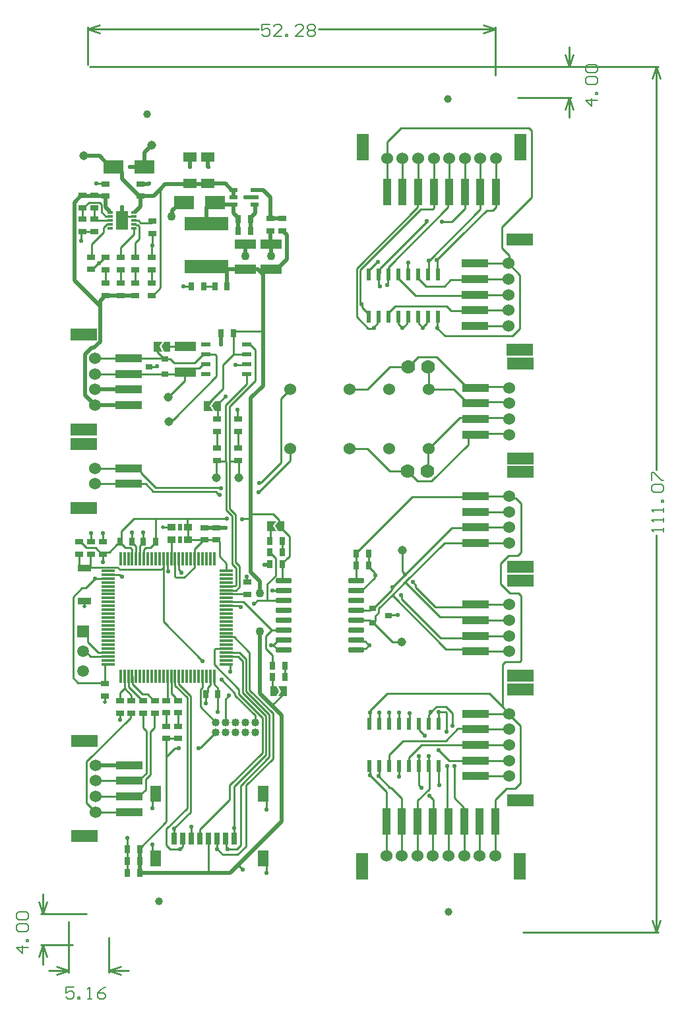
<source format=gtl>
G04*
G04 #@! TF.GenerationSoftware,Altium Limited,Altium Designer,21.3.1 (25)*
G04*
G04 Layer_Physical_Order=1*
G04 Layer_Color=255*
%FSLAX25Y25*%
%MOIN*%
G70*
G04*
G04 #@! TF.SameCoordinates,C2895D86-3F53-4CC5-9A74-561D9FEADA75*
G04*
G04*
G04 #@! TF.FilePolarity,Positive*
G04*
G01*
G75*
%ADD12C,0.01000*%
%ADD17C,0.00600*%
%ADD31R,0.03937X0.03347*%
%ADD32R,0.02362X0.03347*%
%ADD46R,0.04331X0.02362*%
%ADD58R,0.03000X0.04000*%
%ADD59R,0.03150X0.05906*%
%ADD60R,0.05709X0.07874*%
%ADD61R,0.07087X0.01181*%
%ADD62R,0.01181X0.07087*%
%ADD63R,0.01968X0.05906*%
%ADD64R,0.07100X0.04700*%
%ADD65R,0.22441X0.07087*%
%ADD66R,0.11024X0.05118*%
%ADD67R,0.13780X0.04331*%
%ADD68R,0.13386X0.05906*%
%ADD69R,0.04331X0.13780*%
%ADD70R,0.05906X0.13386*%
%ADD71C,0.04500*%
%ADD72R,0.03000X0.05000*%
%ADD73R,0.04000X0.03000*%
G04:AMPARAMS|DCode=74|XSize=21.65mil|YSize=49.21mil|CornerRadius=1.95mil|HoleSize=0mil|Usage=FLASHONLY|Rotation=270.000|XOffset=0mil|YOffset=0mil|HoleType=Round|Shape=RoundedRectangle|*
%AMROUNDEDRECTD74*
21,1,0.02165,0.04532,0,0,270.0*
21,1,0.01776,0.04921,0,0,270.0*
1,1,0.00390,-0.02266,-0.00888*
1,1,0.00390,-0.02266,0.00888*
1,1,0.00390,0.02266,0.00888*
1,1,0.00390,0.02266,-0.00888*
%
%ADD74ROUNDEDRECTD74*%
%ADD75R,0.03543X0.03150*%
%ADD76C,0.03937*%
%ADD77R,0.07000X0.03500*%
G04:AMPARAMS|DCode=78|XSize=23.62mil|YSize=78.74mil|CornerRadius=2.01mil|HoleSize=0mil|Usage=FLASHONLY|Rotation=90.000|XOffset=0mil|YOffset=0mil|HoleType=Round|Shape=RoundedRectangle|*
%AMROUNDEDRECTD78*
21,1,0.02362,0.07472,0,0,90.0*
21,1,0.01961,0.07874,0,0,90.0*
1,1,0.00402,0.03736,0.00980*
1,1,0.00402,0.03736,-0.00980*
1,1,0.00402,-0.03736,-0.00980*
1,1,0.00402,-0.03736,0.00980*
%
%ADD78ROUNDEDRECTD78*%
%ADD79R,0.09843X0.06693*%
%ADD80R,0.06299X0.09449*%
%ADD81R,0.02953X0.01181*%
%ADD82C,0.01968*%
%ADD83C,0.06000*%
%ADD84C,0.04000*%
%ADD85C,0.07000*%
%ADD86C,0.05906*%
%ADD87R,0.05906X0.05906*%
%ADD88C,0.02165*%
%ADD89C,0.02165*%
%ADD90C,0.04331*%
%ADD91C,0.02000*%
%ADD92C,0.04300*%
G36*
X275122Y293563D02*
X270622D01*
X272122Y296063D01*
X270622Y298563D01*
X275122D01*
Y293563D01*
D02*
G37*
G36*
X271122Y296063D02*
X269622Y293563D01*
X266622D01*
Y296063D01*
Y298563D01*
X269622D01*
X271122Y296063D01*
D02*
G37*
G36*
X273670Y379516D02*
Y377016D01*
X270670D01*
X269170Y379516D01*
X270670Y382016D01*
X273670D01*
Y379516D01*
D02*
G37*
G36*
X268170D02*
X269670Y377016D01*
X265170D01*
Y382016D01*
X269670D01*
X268170Y379516D01*
D02*
G37*
G36*
X241646Y440158D02*
Y437657D01*
X238646D01*
X237146Y440158D01*
X238646Y442658D01*
X241646D01*
Y440158D01*
D02*
G37*
G36*
X236146D02*
X237646Y437657D01*
X233146D01*
Y442658D01*
X237646D01*
X236146Y440158D01*
D02*
G37*
G36*
X216067Y470079D02*
Y467579D01*
X213067D01*
X211567Y470079D01*
X213067Y472579D01*
X216067D01*
Y470079D01*
D02*
G37*
G36*
X210567D02*
X212067Y467579D01*
X207567D01*
Y472579D01*
X212067D01*
X210567Y470079D01*
D02*
G37*
D12*
X191389Y353764D02*
X191705D01*
X190232Y354921D02*
X191389Y353764D01*
X184843Y354921D02*
X190232D01*
X189426Y358680D02*
X190663Y357443D01*
X211471D02*
X212598Y358571D01*
X190663Y357443D02*
X211471D01*
X359519Y242122D02*
X364279Y237363D01*
X359519Y242122D02*
Y258351D01*
X364279Y230406D02*
X364567Y230118D01*
X364279Y230406D02*
Y237363D01*
X325653Y501128D02*
X325876Y501351D01*
Y506254D02*
X326207Y506585D01*
X325876Y501351D02*
Y506254D01*
X327520Y247370D02*
X333071Y241819D01*
X321521Y258145D02*
X321568Y258192D01*
X327179Y247370D02*
X327520D01*
X321406Y253144D02*
X321521Y253259D01*
Y258145D01*
X321406Y253144D02*
X327179Y247370D01*
X214173Y218110D02*
X216054Y216230D01*
X221177D02*
X222441Y217494D01*
Y221654D01*
X216054Y216230D02*
X221177D01*
X178762Y552406D02*
X183395D01*
X183465Y552336D01*
X321206Y501804D02*
Y506387D01*
Y501804D02*
X322068Y500942D01*
Y500627D02*
Y500942D01*
X321108Y506485D02*
X321206Y506387D01*
X316108Y508158D02*
X320815Y512866D01*
X320866D01*
X346537Y513303D02*
X372835Y539601D01*
Y548268D01*
X375877Y538991D02*
X379052D01*
X363178Y526292D02*
Y526292D01*
X375877Y538991D01*
X350831Y513944D02*
X363178Y526292D01*
X350825Y513944D02*
X351017Y513752D01*
Y506576D02*
Y513752D01*
Y506576D02*
X351108Y506485D01*
X350825Y513944D02*
X350831D01*
X346108Y506485D02*
X346537Y506915D01*
Y513303D01*
X319345Y353302D02*
Y354228D01*
Y354674D02*
Y355972D01*
X316374Y358943D02*
Y365352D01*
X312795Y346752D02*
X319345Y353302D01*
Y354228D02*
X319568Y354451D01*
X316374Y358943D02*
X319345Y355972D01*
Y354674D02*
X319568Y354451D01*
X387319Y511811D02*
Y516307D01*
X383807Y519818D02*
X387319Y516307D01*
X383807Y519818D02*
Y530668D01*
X398582Y545442D02*
Y579226D01*
X383807Y530668D02*
X398582Y545442D01*
X387077Y364636D02*
X391801D01*
X383071Y360630D02*
X387077Y364636D01*
X391801D02*
X393307Y366142D01*
X387440Y394595D02*
X388397Y393638D01*
X390614D01*
X393307Y390945D01*
X373503Y394595D02*
X387440D01*
X370396D02*
X373503D01*
X338414Y394269D02*
X373503D01*
X310062Y365917D02*
X338414Y394269D01*
X334729Y351098D02*
X354519Y370889D01*
X370313D02*
X370396Y370972D01*
X354519Y370889D02*
X370313D01*
X373082Y378847D02*
X387440D01*
X370396D02*
X373082D01*
X334602Y354896D02*
X358384Y378678D01*
X373082D01*
X317080Y285221D02*
Y286357D01*
X250458Y208077D02*
X252598Y205937D01*
X250203Y208077D02*
X250458D01*
X248425Y221654D02*
Y248031D01*
X244197Y217463D02*
Y221551D01*
X245077Y216338D02*
Y216582D01*
X244094Y221654D02*
X244197Y221551D01*
Y217463D02*
X245077Y216582D01*
Y216338D02*
X249827D01*
X251575Y218087D01*
X239841Y216325D02*
X242677Y213490D01*
X250104D02*
X254331Y217717D01*
X242677Y213490D02*
X250104D01*
X239764Y221654D02*
X239841Y221576D01*
Y216325D02*
Y221576D01*
X218110Y221654D02*
Y226772D01*
X224523Y236807D02*
Y292777D01*
X214173Y226457D02*
X224523Y236807D01*
X214173Y218110D02*
Y226457D01*
X226766Y221659D02*
X226772Y221654D01*
X226766Y221659D02*
Y227426D01*
X207115Y242470D02*
X208740Y244094D01*
X262874D02*
X264539Y242429D01*
Y236386D02*
Y242429D01*
X207115Y237049D02*
Y242470D01*
X206967Y213190D02*
X208740Y211417D01*
X206967Y213190D02*
Y218732D01*
X264677Y204311D02*
Y209614D01*
X262874Y211417D02*
X264677Y209614D01*
X212598Y331176D02*
Y358249D01*
Y331176D02*
X232400Y311375D01*
Y311340D02*
Y311375D01*
X212598Y358249D02*
Y361165D01*
X183071Y299974D02*
Y309562D01*
X246298Y305963D02*
Y309562D01*
X178101Y352918D02*
X184808D01*
X220472Y357527D02*
Y362992D01*
X244291Y339173D02*
X250645D01*
X219090Y353462D02*
X223147D01*
X228346Y358661D02*
Y362992D01*
X223147Y353462D02*
X228346Y358661D01*
X221631Y356054D02*
Y356369D01*
X220472Y357527D02*
X221631Y356369D01*
X251259Y338559D02*
X251575D01*
X218504Y354047D02*
X219090Y353462D01*
X214567Y357466D02*
X215181Y356852D01*
X218504Y354047D02*
Y362992D01*
X246214Y309646D02*
X246298Y309562D01*
X215181Y356537D02*
Y356852D01*
X244291Y309646D02*
X246214D01*
X214567Y357466D02*
Y362992D01*
X184808Y352918D02*
X184843Y352953D01*
X250645Y339173D02*
X251259Y338559D01*
X242073Y301758D02*
X248819Y295013D01*
Y293910D02*
Y295013D01*
X238189Y309538D02*
X250787Y296940D01*
X238189Y309538D02*
Y316929D01*
X250787Y294488D02*
Y296940D01*
X174997Y358680D02*
X189426D01*
X193337Y368420D02*
X195996D01*
X196816Y363027D02*
Y367601D01*
X195996Y368420D02*
X196816Y367601D01*
Y363027D02*
X196850Y362992D01*
X202791Y367674D02*
X203536Y368420D01*
X202791Y363027D02*
Y367674D01*
X202388Y371153D02*
Y371654D01*
X200787Y362992D02*
X200819Y363024D01*
X203536Y368420D02*
X205902D01*
X200819Y369584D02*
X202388Y371153D01*
X200819Y363024D02*
Y369584D01*
X202756Y362992D02*
X202791Y363027D01*
X244382Y349106D02*
X248794D01*
X249380Y349692D02*
Y358100D01*
X249083Y361153D02*
X251168Y359069D01*
X247296Y360185D02*
X249380Y358100D01*
X248794Y349106D02*
X249380Y349692D01*
X249335Y347047D02*
X251168Y348880D01*
Y359069D01*
X244291Y349016D02*
X244382Y349106D01*
X244291Y347047D02*
X249335D01*
X249083Y361153D02*
Y385169D01*
X246063Y388189D02*
X249083Y385169D01*
X328037Y348199D02*
X328260Y348422D01*
X334602Y354830D02*
Y354896D01*
X328037Y347328D02*
Y348199D01*
X328260Y348488D02*
X334602Y354830D01*
X318701Y337992D02*
X328037Y347328D01*
X328260Y348422D02*
Y348488D01*
X328232Y344602D02*
X334729Y351098D01*
X342120Y276119D02*
X344615Y273624D01*
X342120Y276119D02*
Y279233D01*
X341735Y279619D02*
X342120Y279233D01*
X320722Y484840D02*
X321108Y485225D01*
X320722Y481723D02*
Y484840D01*
X319089Y480090D02*
X320722Y481723D01*
X345722Y484840D02*
X346108Y485225D01*
X345722Y482047D02*
Y484840D01*
X343874Y480199D02*
X345722Y482047D01*
X343722Y479803D02*
X343874Y479956D01*
X343580Y479803D02*
X343722D01*
X343874Y479956D02*
Y480199D01*
X341108Y485225D02*
X341690Y484643D01*
Y481764D02*
X343428Y480026D01*
Y479956D02*
Y480026D01*
Y479956D02*
X343580Y479803D01*
X341690Y481764D02*
Y484643D01*
X349213Y540162D02*
Y565354D01*
X210913Y499784D02*
Y549537D01*
X310189Y485215D02*
X316020Y479384D01*
X319056D02*
X319089Y479417D01*
X316020Y479384D02*
X319056D01*
X355679Y490504D02*
X357995Y488189D01*
X329713Y490504D02*
X355679D01*
X326108Y486899D02*
X329713Y490504D01*
X370010Y488524D02*
X387053D01*
X370010Y496398D02*
X387053D01*
X370010Y504272D02*
X387053D01*
X390352Y246898D02*
X393070Y249615D01*
X380315Y241349D02*
X385863Y246898D01*
X390352D01*
X393070Y249615D02*
Y278675D01*
X387402Y284344D02*
Y284646D01*
Y284344D02*
X393070Y278675D01*
X380315Y230118D02*
Y241349D01*
X317080Y279964D02*
Y285221D01*
X351734Y258359D02*
X351824Y258269D01*
Y248519D02*
X351914Y248429D01*
X351824Y248519D02*
Y258269D01*
X331713Y252894D02*
X331734Y252916D01*
Y258359D01*
X326780Y279664D02*
Y285139D01*
X326734Y279619D02*
X326780Y279664D01*
Y285139D02*
X326825Y285185D01*
X336735Y279619D02*
X336857Y279741D01*
Y284939D02*
X336979Y285062D01*
X336857Y279741D02*
Y284939D01*
X331736Y279620D02*
Y285101D01*
X331738Y285103D01*
X331734Y279619D02*
X331736Y279620D01*
X321712Y279641D02*
Y285198D01*
X321690Y285221D02*
X321712Y285198D01*
Y279641D02*
X321734Y279619D01*
X316735D02*
X317080Y279964D01*
Y286357D02*
X325571Y294848D01*
X377199D02*
X383858Y288189D01*
X325571Y294848D02*
X377199D01*
X351845Y284921D02*
Y285709D01*
X351734Y279619D02*
X351749Y279633D01*
Y284921D01*
X383858Y288189D02*
X387402Y284646D01*
X383858Y288189D02*
Y309449D01*
X380315Y213032D02*
Y230118D01*
X364567Y213032D02*
Y230118D01*
X356693Y213032D02*
Y230118D01*
X348819Y213032D02*
Y230118D01*
X340945Y213032D02*
Y230118D01*
X333071Y213032D02*
Y230118D01*
X325197Y213032D02*
Y230118D01*
X316973Y253533D02*
Y253641D01*
Y253533D02*
X325197Y245310D01*
Y230118D02*
Y245310D01*
X316854Y253760D02*
X316973Y253641D01*
X333071Y230118D02*
Y241819D01*
X316735Y258359D02*
X316854Y258239D01*
Y253760D02*
Y258239D01*
X346675Y258418D02*
Y263018D01*
Y258418D02*
X346734Y258359D01*
X341694Y263081D02*
X341735Y263041D01*
Y258359D02*
Y263041D01*
X340945Y240737D02*
X346867Y246659D01*
X346734Y258359D02*
X346867Y258226D01*
Y246659D02*
Y258226D01*
X341735Y248472D02*
X343019Y247187D01*
X341735Y248472D02*
Y258359D01*
X343019Y247140D02*
Y247187D01*
X355211Y285709D02*
X355797Y285123D01*
X355473Y288291D02*
X358718Y285047D01*
X344615Y273624D02*
X344628D01*
X347698Y285137D02*
Y285486D01*
X347732D02*
X350538Y288291D01*
X355797Y275466D02*
Y285123D01*
X346734Y284173D02*
X347698Y285137D01*
X351845Y285709D02*
X355211D01*
X346734Y279619D02*
Y284173D01*
X350538Y288291D02*
X355473D01*
X358718Y278387D02*
Y285047D01*
X348819Y230118D02*
X348876Y230175D01*
X347061Y243178D02*
X348876Y241363D01*
X347061Y243178D02*
Y243200D01*
X348876Y230175D02*
Y241363D01*
X340945Y230118D02*
Y240737D01*
X355977Y230834D02*
Y258078D01*
Y230834D02*
X356693Y230118D01*
X326734Y264044D02*
X333731Y271041D01*
X355257D01*
X361369Y277154D01*
X351655Y266247D02*
X356879Y261024D01*
X387402D01*
X336735Y262633D02*
X343000Y268898D01*
X370358D01*
X387402D01*
X326734Y258359D02*
Y264044D01*
X336735Y258359D02*
Y262633D01*
X361369Y277154D02*
X369976D01*
X370358Y276772D01*
Y284646D02*
X387402D01*
X370358Y276772D02*
X387402D01*
X340158Y348425D02*
X350000Y338583D01*
X370276Y331890D02*
X387319D01*
X332677Y344488D02*
X332900Y344265D01*
X352528Y322835D02*
X369094D01*
X370276Y324016D01*
X350000Y338583D02*
X369094D01*
X370276Y316142D02*
X387319D01*
X332900Y342462D02*
Y344265D01*
X340158Y348425D02*
Y349606D01*
X370276Y339764D02*
X387319D01*
X338583Y351181D02*
X340158Y349606D01*
X369094Y338583D02*
X370276Y339764D01*
X332900Y342462D02*
X352528Y322835D01*
X370276Y324016D02*
X387319D01*
X310189Y509535D02*
X341118Y540464D01*
Y548047D02*
X341339Y548268D01*
X341118Y540464D02*
Y548047D01*
X342758Y539576D02*
X348627D01*
X349213Y540162D01*
X380709Y548268D02*
Y565354D01*
X372835Y548268D02*
Y565354D01*
X364961Y548268D02*
Y565354D01*
X357087Y548268D02*
Y565354D01*
X341339Y548268D02*
Y565354D01*
X353290Y533270D02*
X358216D01*
X364961Y540014D01*
X321887Y509529D02*
X345621Y533263D01*
Y533419D01*
X321108Y506485D02*
X321887Y507265D01*
Y509529D01*
X364961Y540014D02*
Y548268D01*
X356319Y547500D02*
X357087Y548268D01*
X356319Y540464D02*
Y547500D01*
X326207Y510352D02*
X356319Y540464D01*
X326207Y506585D02*
Y510352D01*
X336165Y512623D02*
X336223Y512680D01*
X336165Y506543D02*
Y512623D01*
X311976Y492676D02*
X312772Y491881D01*
X311976Y508795D02*
X342758Y539576D01*
X311976Y492676D02*
Y508795D01*
X312772Y491566D02*
Y491881D01*
X310189Y485215D02*
Y509535D01*
X312763Y491566D02*
X312986Y491343D01*
X351108Y479749D02*
Y485225D01*
X312986Y490021D02*
Y491343D01*
Y490021D02*
X316108Y486899D01*
Y485225D02*
Y486899D01*
X380525Y540464D02*
Y548084D01*
X379052Y538991D02*
X380525Y540464D01*
Y548084D02*
X380709Y548268D01*
X325590D02*
Y565354D01*
Y573498D01*
X332540Y580447D01*
X397362D01*
X398582Y579226D01*
X336108Y506485D02*
X336165Y506543D01*
X331405Y481486D02*
X333473Y479417D01*
X331108Y485225D02*
X331405Y484929D01*
Y481486D02*
Y484929D01*
X335771Y484889D02*
X336108Y485225D01*
X333473Y479417D02*
X335771Y481716D01*
Y484889D01*
X351108Y479344D02*
X354987Y475464D01*
X388945D01*
X392777Y479297D01*
Y506353D01*
X387319Y511811D02*
X392777Y506353D01*
X370010Y512146D02*
X387053D01*
X357995Y488189D02*
X370276D01*
X341108Y504812D02*
X345320Y500600D01*
X354517D01*
X357777Y503859D01*
X370198D02*
X370276Y503937D01*
X357777Y503859D02*
X370198D01*
X341108Y504812D02*
Y506485D01*
X331108Y504812D02*
X339857Y496063D01*
X370276D01*
X331108Y504812D02*
Y506485D01*
X326108Y485225D02*
Y486899D01*
X243949Y291894D02*
X245801Y293746D01*
X243949Y280421D02*
Y291894D01*
X166929Y302871D02*
X169406Y300394D01*
X182651D01*
X166929Y302871D02*
Y343701D01*
X171365Y348136D01*
X212205Y378740D02*
X216732D01*
X225000Y372441D02*
Y378740D01*
X224606Y372441D02*
X224632Y372467D01*
X314666Y321100D02*
X316436Y319330D01*
X314652Y317433D02*
X316549Y319330D01*
X310720Y317433D02*
X314652D01*
X310692Y321100D02*
X314666D01*
X316436Y319330D02*
X316549D01*
X310039Y316752D02*
X310720Y317433D01*
X310039Y321752D02*
X310692Y321100D01*
X326378Y334252D02*
X326537Y334411D01*
X330993D01*
X241311Y398819D02*
X241521Y398609D01*
X208661Y398819D02*
X241311D01*
X240736Y395125D02*
X240938D01*
X239011Y396850D02*
X240736Y395125D01*
X207480Y396850D02*
X239011D01*
X203543Y400787D02*
X207480Y396850D01*
X261333Y401507D02*
X262137D01*
X272047Y411417D01*
X261110Y401284D02*
X261333Y401507D01*
X273421Y346756D02*
X273425Y346752D01*
X267770Y346756D02*
X273421D01*
X267766Y346760D02*
X267770Y346756D01*
X265183Y350207D02*
X269363Y354387D01*
X265183Y341869D02*
Y350207D01*
Y341869D02*
X265300Y341752D01*
X267120Y319249D02*
X268166D01*
X268172D01*
X268166D02*
X270669Y321752D01*
X268172Y319249D02*
X270669Y316752D01*
X273425D01*
X270669Y321752D02*
X273425D01*
X264365Y323774D02*
X267342Y326752D01*
X264365Y317531D02*
Y323774D01*
Y317531D02*
X267742Y314154D01*
X194377Y216229D02*
Y221913D01*
Y216229D02*
X194463Y216142D01*
X182014Y361263D02*
Y364756D01*
X181390Y365380D02*
X182014Y364756D01*
X173319Y348136D02*
X178101Y352918D01*
X171365Y348136D02*
X173319D01*
X181971Y371708D02*
Y376046D01*
X181890Y371628D02*
X181971Y371708D01*
X175982Y371630D02*
Y376055D01*
Y371630D02*
X175984Y371628D01*
X202363Y371678D02*
X202388Y371654D01*
X202363Y371678D02*
Y376334D01*
X196801Y371703D02*
Y376212D01*
Y371703D02*
X196850Y371654D01*
X226732Y500572D02*
X226768Y500535D01*
X222800Y500572D02*
X226732D01*
X243949Y280421D02*
X244055Y280315D01*
X244094Y412205D02*
Y440551D01*
X247296Y360185D02*
Y384429D01*
X244094Y412205D02*
X244276Y412024D01*
X224803Y383071D02*
X244712D01*
X244713Y383072D01*
X244276Y387449D02*
X247296Y384429D01*
X244276Y387449D02*
Y412024D01*
X246063Y388189D02*
Y412205D01*
X252287Y383053D02*
X252304Y383071D01*
X256693D01*
X207193Y496063D02*
X210913Y499784D01*
X206693Y496063D02*
X207193D01*
X177953Y456299D02*
X194996D01*
X177953Y464173D02*
X194996D01*
X249028Y460918D02*
X254461D01*
X254823Y461279D01*
X234646Y440779D02*
X242648Y448782D01*
Y460793D01*
X234646Y440158D02*
Y440779D01*
X248031Y466176D02*
Y476953D01*
X242648Y460793D02*
X248031Y466176D01*
X372441Y213032D02*
Y230118D01*
X333465Y548268D02*
Y565354D01*
X240158Y285469D02*
Y294488D01*
X231210Y288160D02*
Y296985D01*
Y288160D02*
X239055Y280315D01*
X233931Y289918D02*
Y294467D01*
X233910Y294488D02*
X233931Y294467D01*
X334602Y354896D02*
Y355212D01*
X333211Y356602D02*
X334602Y355212D01*
X333211Y356602D02*
Y367163D01*
X316309Y365417D02*
X316374Y365352D01*
X310039Y346752D02*
X312795D01*
X310062Y365417D02*
Y365917D01*
Y365417D02*
X310127Y365352D01*
Y359443D02*
Y365352D01*
X310039Y359355D02*
X310127Y359443D01*
X310039Y351752D02*
Y359355D01*
X272538Y352433D02*
X273219Y351752D01*
X272538Y352433D02*
Y360225D01*
X273219Y351752D02*
X273425D01*
X274952Y363139D02*
X275485D01*
X276444Y364098D01*
X272538Y360225D02*
Y360725D01*
X274952Y363139D01*
X272170Y378516D02*
X276444Y374243D01*
Y364098D02*
Y374243D01*
X272170Y378516D02*
Y379516D01*
X266655Y365926D02*
X269363Y363218D01*
Y354387D02*
Y363218D01*
X256693Y385683D02*
X268124D01*
X271170Y380516D02*
X272170Y379516D01*
X271170Y380516D02*
Y382637D01*
X268124Y385683D02*
X271170Y382637D01*
X272538Y371383D02*
X272809Y371654D01*
X272538Y366130D02*
Y371383D01*
X266291Y372036D02*
X266670Y372415D01*
Y379516D01*
X370358Y253150D02*
X387402D01*
X370010Y480650D02*
X387053D01*
X177953Y400787D02*
X194996D01*
X177953Y408661D02*
X199721D01*
X254331Y248425D02*
X267917Y262012D01*
X254331Y217717D02*
Y248425D01*
X248425Y248031D02*
X264342Y263949D01*
X246063Y248425D02*
X262555Y264917D01*
X246063Y241339D02*
Y248425D01*
X231102Y226378D02*
X246063Y241339D01*
X251575Y218087D02*
Y248197D01*
X266130Y262752D01*
X239370Y455118D02*
Y465556D01*
X217597Y433345D02*
X239370Y455118D01*
X215354Y432283D02*
X216301D01*
X217362Y433345D01*
X217597D01*
X234154Y466280D02*
X238647D01*
X239370Y465556D01*
X223228Y456005D02*
X223522Y456299D01*
X214961Y444488D02*
X223228Y452756D01*
Y456005D01*
X328346Y320866D02*
X333071D01*
X318701Y330512D02*
X328346Y320866D01*
X318504Y330512D02*
X318701D01*
X334729Y351098D02*
X352362Y333465D01*
X334729Y351098D02*
X334729D01*
X352362Y333465D02*
X368701D01*
X370276Y331890D01*
X370396Y370972D02*
X387440D01*
X370396Y386720D02*
X387440D01*
X392126Y345669D02*
X393408Y344387D01*
X385433Y311024D02*
X392822D01*
X393408Y311609D01*
Y344387D01*
X387795Y345669D02*
X392126D01*
X383071Y350394D02*
X387795Y345669D01*
X393307Y366142D02*
Y390945D01*
X383071Y350394D02*
Y360630D01*
X383858Y309449D02*
X385433Y311024D01*
X346693Y418504D02*
X362441Y434252D01*
X387402D01*
X370358Y442126D02*
X387402D01*
X370358Y450000D02*
X387402D01*
X370358Y426378D02*
X387402D01*
X366535Y420488D02*
Y424713D01*
X368201Y426378D02*
X370358D01*
X366535Y424713D02*
X368201Y426378D01*
X348134Y402087D02*
X366535Y420488D01*
X341063Y402087D02*
X348134D01*
X336063Y407087D02*
X341063Y402087D01*
X326951Y407087D02*
X336063D01*
X336063Y407087D01*
X306693Y418504D02*
X315534D01*
X326951Y407087D01*
X346378Y418189D02*
X346693Y418504D01*
X346063Y407087D02*
X346378Y407402D01*
Y418189D01*
X346693Y448504D02*
X359256D01*
X365634Y442126D01*
X370358D01*
X341457Y464843D02*
X350791D01*
X365634Y450000D01*
X370358D01*
X336457Y459842D02*
X341457Y464843D01*
X346575Y448622D02*
Y459724D01*
Y448622D02*
X346693Y448504D01*
X346457Y459842D02*
X346575Y459724D01*
X315770Y448504D02*
X327109Y459842D01*
X336457D01*
X306693Y448504D02*
X315770D01*
X194996Y400787D02*
X203543D01*
X199721Y408661D02*
X201386Y406996D01*
Y406095D02*
Y406996D01*
Y406095D02*
X208661Y398819D01*
X276693Y412410D02*
Y418504D01*
X272047Y443858D02*
X276693Y448504D01*
X260630Y396457D02*
X260739D01*
X272047Y411417D02*
Y443858D01*
X260739Y396457D02*
X276693Y412410D01*
X250394Y418872D02*
Y427191D01*
X250000Y433832D02*
X250394Y433439D01*
X250000Y433832D02*
Y438189D01*
X240146Y441157D02*
X243870Y444882D01*
X244094D01*
X240146Y440158D02*
Y441157D01*
X239764Y418872D02*
Y427191D01*
Y433439D02*
X240146Y433820D01*
Y440158D01*
X248031Y466176D02*
X253589D01*
X248006Y476772D02*
Y476953D01*
X249006Y477953D01*
X262992D01*
X213189Y463779D02*
X216142D01*
X194996Y464173D02*
X212598D01*
X213189D01*
X209283Y467488D02*
X212598Y464173D01*
X209067Y470079D02*
X209283Y469862D01*
Y467488D02*
Y469862D01*
X181193Y538098D02*
Y542035D01*
Y538098D02*
X183465Y535827D01*
X180371Y542858D02*
X181193Y542035D01*
X174854Y542858D02*
X180371D01*
X171653Y528398D02*
X177559D01*
X170866Y527611D02*
X171653Y528398D01*
X170866Y523622D02*
Y527611D01*
X355512Y317323D02*
X369094D01*
X328232Y344602D02*
X355512Y317323D01*
X369094D02*
X370276Y316142D01*
X318307Y337992D02*
X318701D01*
X321476Y337845D02*
X328232Y344602D01*
X321476Y335738D02*
Y337845D01*
X318701Y330512D02*
X319776Y331587D01*
Y334038D01*
X321476Y335738D01*
X318307Y330512D02*
X318504D01*
X310039Y331752D02*
X317067D01*
X318307Y330512D01*
X310039Y336752D02*
X317067D01*
X318307Y337992D01*
X258914Y280456D02*
Y283815D01*
X266130Y262752D02*
Y284201D01*
X254362Y295969D02*
X266130Y284201D01*
X267917Y262012D02*
Y284942D01*
X250787Y294488D02*
X262555Y282720D01*
X256150Y296709D02*
X267917Y284942D01*
X252575Y295229D02*
X264342Y283461D01*
X256150Y296709D02*
Y315504D01*
X254362Y295969D02*
Y312173D01*
X258914Y280456D02*
X259055Y280315D01*
X262555Y264917D02*
Y282720D01*
X264342Y263949D02*
Y283461D01*
X252575Y295229D02*
Y311205D01*
X248819Y293910D02*
X258914Y283815D01*
X256693Y392913D02*
X256693Y392913D01*
X256201Y471279D02*
X259055Y468425D01*
X254823Y471279D02*
X256201D01*
X259055Y452756D02*
Y468425D01*
X246063Y439764D02*
X259055Y452756D01*
X254656Y351617D02*
Y353869D01*
Y351617D02*
X255118Y351155D01*
X216535Y372244D02*
X216732Y372441D01*
X216535Y362992D02*
Y372244D01*
X230538Y267546D02*
X231286D01*
X230315Y267323D02*
X230538Y267546D01*
X231286D02*
X239055Y275315D01*
X214173Y262992D02*
Y272119D01*
Y230105D02*
Y262992D01*
X218504Y267323D01*
X220472D01*
X267732Y289173D02*
X273622Y295063D01*
Y296063D01*
X267126Y289173D02*
X267732D01*
X235433Y204331D02*
Y221654D01*
X194463Y210237D02*
Y216142D01*
Y204331D02*
Y210237D01*
X214173Y272119D02*
X220079D01*
X200710Y216142D02*
Y216642D01*
X214173Y230105D01*
X190603Y371153D02*
X191339Y371889D01*
X181390Y365380D02*
X182390Y366380D01*
X231210Y296985D02*
X232283Y298059D01*
Y303543D01*
X218110Y221654D02*
X218110Y221654D01*
Y226772D02*
X226378Y235039D01*
X231102Y221654D02*
Y226378D01*
X244326Y313548D02*
X250232D01*
X252575Y311205D01*
X244326Y315517D02*
X251019D01*
X254362Y312173D01*
X248228Y323425D02*
X256150Y315504D01*
X244291Y323425D02*
X248228D01*
X238189Y316929D02*
X238779Y317520D01*
X244291D01*
Y313583D02*
X244326Y313548D01*
X218504Y298797D02*
X224523Y292777D01*
X218504Y298797D02*
Y303543D01*
X220507Y299572D02*
Y303509D01*
Y299572D02*
X226378Y293701D01*
Y235039D02*
Y293701D01*
X220472Y303543D02*
X220507Y303509D01*
X234910Y297902D02*
X236186Y299178D01*
X238189Y299606D02*
X240158Y297638D01*
X238189Y299606D02*
Y303543D01*
X234910Y295488D02*
Y297902D01*
X236186Y299178D02*
Y303509D01*
X233910Y294488D02*
X234910Y295488D01*
X240158Y294488D02*
Y297638D01*
X244291Y315551D02*
X244326Y315517D01*
X252953Y341142D02*
X267342Y326752D01*
X244291Y341142D02*
X252953D01*
X258268Y340158D02*
X258583D01*
X260178Y341752D01*
X265300D01*
X273425D01*
X267742Y309055D02*
Y314154D01*
X273990Y303150D02*
Y309055D01*
X267742Y296443D02*
X268122Y296063D01*
X267742Y296443D02*
Y303150D01*
X267342Y326752D02*
X273425D01*
X190551Y281496D02*
Y285039D01*
X182651Y300394D02*
X183071Y299974D01*
X181390Y365380D02*
X181890D01*
X175591Y359274D02*
Y364987D01*
X175984Y365380D01*
X174997Y358680D02*
X175591Y359274D01*
X173228Y358268D02*
X174585D01*
X172835Y357874D02*
X173228Y358268D01*
X174585D02*
X174997Y358680D01*
X170079Y359518D02*
X171329Y358268D01*
X170079Y359518D02*
Y365380D01*
X171329Y358268D02*
X172835D01*
X189103Y370153D02*
X189603D01*
X185330Y366380D02*
X189103Y370153D01*
X182390Y366380D02*
X185330D01*
X190603Y371153D02*
Y371654D01*
X189603Y370153D02*
X190603Y371153D01*
X197638Y383071D02*
X208635D01*
Y371654D02*
Y383071D01*
X224803D01*
X191339Y371889D02*
Y376772D01*
X197638Y383071D01*
X224803Y378937D02*
Y383071D01*
X224606Y378740D02*
X224803Y378937D01*
X239370Y372467D02*
X239870D01*
X233465D02*
X239370D01*
X224632D02*
X232965D01*
X196850Y371153D02*
Y371654D01*
X228381Y367883D02*
X232965Y372467D01*
X240870Y364083D02*
Y371467D01*
X198819Y362992D02*
Y369185D01*
X196850Y371153D02*
X198819Y369185D01*
X233016Y500535D02*
X238580D01*
X254947Y345079D02*
X255118Y344908D01*
X244291Y345079D02*
X254947D01*
X240183Y412205D02*
X244094D01*
X239870Y372467D02*
X240870Y371467D01*
X244291Y356890D02*
Y360661D01*
X240870Y364083D02*
X244291Y360661D01*
X232965Y372467D02*
X233465D01*
X228381Y363027D02*
Y367883D01*
X228346Y362992D02*
X228381Y363027D01*
X236186Y303509D02*
X236221Y303543D01*
X205902Y368420D02*
X208635Y371153D01*
Y371654D01*
X190603Y371153D02*
X193337Y368420D01*
X178266Y368504D02*
X181390Y365380D01*
X170079Y371628D02*
X170579D01*
X173702Y368504D01*
X178266D01*
X179690Y315586D02*
X184808D01*
X174405Y320871D02*
Y323784D01*
Y320871D02*
X179690Y315586D01*
X173228Y316142D02*
X175787Y313583D01*
X172047Y316142D02*
X173228D01*
X175787Y313583D02*
X184843D01*
X172047Y326142D02*
X174405Y323784D01*
X184808Y315586D02*
X184843Y315551D01*
X214567Y291732D02*
Y303543D01*
X214173Y291339D02*
X214567Y291732D01*
X218579Y292339D02*
X219579Y291339D01*
X218579Y292339D02*
Y292839D01*
X216535Y294882D02*
X218579Y292839D01*
X216535Y294882D02*
Y303543D01*
X219579Y291339D02*
X220079D01*
X201969Y294488D02*
X204592D01*
X196885Y299572D02*
Y303509D01*
Y299572D02*
X201969Y294488D01*
X194882Y298267D02*
X201862Y291287D01*
X194882Y298267D02*
Y303543D01*
X204592Y294488D02*
X207768Y291313D01*
X196850Y303543D02*
X196885Y303509D01*
X207768Y291313D02*
X208268D01*
X201862Y291287D02*
X202362D01*
X183071Y309562D02*
X183154Y309646D01*
X184843D01*
X200114Y242913D02*
X203543Y246342D01*
Y251575D02*
X205906Y253937D01*
X203543Y246342D02*
Y251575D01*
X205906Y253937D02*
Y275590D01*
X207874Y284672D02*
X208268Y285065D01*
X207874Y277559D02*
Y284672D01*
X205906Y275590D02*
X207874Y277559D01*
X195390Y242913D02*
X200114D01*
X195390Y250787D02*
X200114D01*
X203937Y254610D02*
Y275984D01*
X178347Y250787D02*
X195390D01*
X200114D02*
X203937Y254610D01*
X202362Y285039D02*
X202362Y285039D01*
X202362Y277559D02*
Y285039D01*
Y277559D02*
X203937Y275984D01*
X178347Y235039D02*
X195390D01*
X178347Y242913D02*
X195390D01*
X195972Y284581D02*
X196457Y285065D01*
X195972Y282651D02*
Y284581D01*
X173846Y260525D02*
X195972Y282651D01*
X173846Y239539D02*
X178347Y235039D01*
X173846Y239539D02*
Y260525D01*
X190551Y295233D02*
X192913Y297595D01*
X196457Y291313D02*
Y294052D01*
X192913Y297595D02*
Y303543D01*
Y297595D02*
X196457Y294052D01*
X190551Y291287D02*
Y295233D01*
X246063Y415354D02*
Y439764D01*
Y412205D02*
Y415354D01*
X239370Y403937D02*
Y412231D01*
X239764Y412624D01*
X250394D02*
X250787Y412231D01*
Y403937D02*
Y412231D01*
X239764Y412624D02*
X240183Y412205D01*
X246063D02*
X249974D01*
X250394Y412624D01*
X244094Y440551D02*
X254823Y451279D01*
Y456280D01*
X225681Y459339D02*
X230836D01*
X223622Y457280D02*
X225681Y459339D01*
X218110Y461811D02*
X228307D01*
X232776Y466280D01*
X234154D01*
X232776Y461279D02*
X234154D01*
X230836Y459339D02*
X232776Y461279D01*
X216142Y463779D02*
X218110Y461811D01*
X214567Y470079D02*
X223622D01*
X212205Y456299D02*
X213189D01*
X223522D01*
X205315Y460039D02*
X209199D01*
X209396Y460236D01*
X209449D01*
X212205Y456299D02*
X212205Y456299D01*
X194996Y456299D02*
X212205D01*
X170079Y365380D02*
X170579D01*
X220079Y291339D02*
X220079Y291339D01*
X220079Y278367D02*
X220079Y278367D01*
Y285091D01*
X214173Y278367D02*
Y285091D01*
X214173Y285091D01*
X183071Y290551D02*
Y293727D01*
X172835Y338976D02*
Y342126D01*
X207087Y520944D02*
Y527191D01*
X206693Y520551D02*
X207087Y520944D01*
X206693Y515302D02*
Y520551D01*
X193701Y535827D02*
X197638D01*
X191732Y533858D02*
X193701Y535827D01*
X197638Y537795D02*
X198008D01*
X176378Y508713D02*
Y508975D01*
X179662Y512259D02*
X179921D01*
X182965Y515302D02*
X183465D01*
X176378Y508975D02*
X179662Y512259D01*
X179921D02*
X182965Y515302D01*
X175932Y509029D02*
X175984Y509081D01*
X171653Y546405D02*
X171835D01*
X176378Y522020D02*
X182283Y527926D01*
X176378Y514961D02*
Y522020D01*
X185827Y535827D02*
X185827Y535827D01*
X178346Y533858D02*
X185827D01*
X183465Y535827D02*
X185827D01*
X197728Y533768D02*
X200091D01*
X197638Y533858D02*
X197728Y533768D01*
X171653Y540158D02*
X172153D01*
X177559Y534646D02*
X178346Y533858D01*
X171653Y534646D02*
Y540158D01*
X177559Y534646D02*
Y540158D01*
X171835Y546405D02*
X172835Y547405D01*
X172153Y540158D02*
X174854Y542858D01*
X206325Y532677D02*
X207087Y533439D01*
X200314Y524587D02*
Y531009D01*
X199611Y531712D02*
X200314Y531009D01*
X201181Y532677D02*
X206325D01*
X206693Y502310D02*
Y509055D01*
X197638Y531890D02*
X198524D01*
X198702Y531712D01*
X200091Y533768D02*
X201181Y532677D01*
X198702Y531712D02*
X199611D01*
X198425Y502310D02*
Y509029D01*
X185736Y531799D02*
X185827Y531890D01*
X183941Y531799D02*
X185736D01*
X182283Y530142D02*
X183941Y531799D01*
X190945Y502284D02*
Y509055D01*
X183465Y502310D02*
Y509055D01*
X182283Y527926D02*
Y530142D01*
X198425Y522698D02*
X200314Y524587D01*
X197638Y526901D02*
Y529921D01*
X190945Y520208D02*
X197638Y526901D01*
X198425Y515276D02*
Y522698D01*
X190945Y515302D02*
Y520208D01*
X151701Y167741D02*
X153701Y161741D01*
X149701D02*
X151701Y167741D01*
X149701Y189470D02*
X151701Y183470D01*
X153701Y189470D01*
X151701Y157741D02*
Y167741D01*
Y183470D02*
Y193470D01*
X150701Y183470D02*
X173711D01*
X150701Y167741D02*
X166717D01*
X461729Y611656D02*
X463729Y605656D01*
X459729D02*
X461729Y611656D01*
X459729Y180365D02*
X461729Y174365D01*
X463729Y180365D01*
X461729Y408006D02*
Y611656D01*
Y174365D02*
Y374815D01*
X175479Y611656D02*
X462729D01*
X394293Y174365D02*
X462729D01*
X158637Y152920D02*
X164637Y154920D01*
X158637Y156920D02*
X164637Y154920D01*
X184947D02*
X190947Y156920D01*
X184947Y154920D02*
X190947Y152920D01*
X154637Y154920D02*
X164637D01*
X184947D02*
X194947D01*
X184947Y153920D02*
Y171470D01*
X164637Y153920D02*
Y179554D01*
X415700Y617656D02*
X417700Y611656D01*
X419700Y617656D01*
X417700Y595926D02*
X419700Y589926D01*
X415700D02*
X417700Y595926D01*
Y611656D02*
Y621656D01*
Y585926D02*
Y595926D01*
X391533D02*
X418700D01*
X175479Y611656D02*
X418700D01*
X374296Y628419D02*
X380296Y630419D01*
X374296Y632419D02*
X380296Y630419D01*
X174479D02*
X180479Y632419D01*
X174479Y630419D02*
X180479Y628419D01*
X290883Y630419D02*
X380296D01*
X174479D02*
X260692D01*
X380296Y607163D02*
Y631419D01*
X174479Y612656D02*
Y631419D01*
D17*
X144503Y166508D02*
X138505D01*
X141504Y163509D01*
Y167508D01*
X144503Y169507D02*
X143503D01*
Y170507D01*
X144503D01*
Y169507D01*
X139504Y174505D02*
X138505Y175505D01*
Y177505D01*
X139504Y178504D01*
X143503D01*
X144503Y177505D01*
Y175505D01*
X143503Y174505D01*
X139504D01*
Y180503D02*
X138505Y181503D01*
Y183502D01*
X139504Y184502D01*
X143503D01*
X144503Y183502D01*
Y181503D01*
X143503Y180503D01*
X139504D01*
X465328Y376415D02*
Y378415D01*
Y377415D01*
X459330D01*
X460330Y376415D01*
X465328Y381414D02*
Y383413D01*
Y382414D01*
X459330D01*
X460330Y381414D01*
X465328Y386412D02*
Y388411D01*
Y387412D01*
X459330D01*
X460330Y386412D01*
X465328Y391411D02*
X464329D01*
Y392410D01*
X465328D01*
Y391411D01*
X460330Y396409D02*
X459330Y397409D01*
Y399408D01*
X460330Y400408D01*
X464329D01*
X465328Y399408D01*
Y397409D01*
X464329Y396409D01*
X460330D01*
X459330Y402407D02*
Y406406D01*
X460330D01*
X464329Y402407D01*
X465328D01*
X167194Y146522D02*
X163195D01*
Y143523D01*
X165194Y144523D01*
X166194D01*
X167194Y143523D01*
Y141524D01*
X166194Y140524D01*
X164195D01*
X163195Y141524D01*
X169193Y140524D02*
Y141524D01*
X170193D01*
Y140524D01*
X169193D01*
X174191D02*
X176191D01*
X175191D01*
Y146522D01*
X174191Y145522D01*
X183189Y146522D02*
X181189Y145522D01*
X179190Y143523D01*
Y141524D01*
X180190Y140524D01*
X182189D01*
X183189Y141524D01*
Y142523D01*
X182189Y143523D01*
X179190D01*
X432096Y594694D02*
X426098D01*
X429097Y591695D01*
Y595693D01*
X432096Y597693D02*
X431097D01*
Y598692D01*
X432096D01*
Y597693D01*
X427098Y602691D02*
X426098Y603691D01*
Y605690D01*
X427098Y606690D01*
X431097D01*
X432096Y605690D01*
Y603691D01*
X431097Y602691D01*
X427098D01*
Y608689D02*
X426098Y609689D01*
Y611688D01*
X427098Y612688D01*
X431097D01*
X432096Y611688D01*
Y609689D01*
X431097Y608689D01*
X427098D01*
X266291Y632818D02*
X262292D01*
Y629819D01*
X264292Y630818D01*
X265291D01*
X266291Y629819D01*
Y627819D01*
X265291Y626820D01*
X263292D01*
X262292Y627819D01*
X272289Y626820D02*
X268290D01*
X272289Y630818D01*
Y631818D01*
X271289Y632818D01*
X269290D01*
X268290Y631818D01*
X274288Y626820D02*
Y627819D01*
X275288D01*
Y626820D01*
X274288D01*
X283285D02*
X279287D01*
X283285Y630818D01*
Y631818D01*
X282286Y632818D01*
X280286D01*
X279287Y631818D01*
X285285D02*
X286284Y632818D01*
X288284D01*
X289283Y631818D01*
Y630818D01*
X288284Y629819D01*
X289283Y628819D01*
Y627819D01*
X288284Y626820D01*
X286284D01*
X285285Y627819D01*
Y628819D01*
X286284Y629819D01*
X285285Y630818D01*
Y631818D01*
X286284Y629819D02*
X288284D01*
D31*
X225000Y378740D02*
D03*
X216732D02*
D03*
Y372441D02*
D03*
X225000D02*
D03*
D32*
X220866Y378740D02*
D03*
Y372441D02*
D03*
D46*
X258764Y541891D02*
D03*
Y545632D02*
D03*
Y549372D02*
D03*
X248134D02*
D03*
Y545632D02*
D03*
Y541891D02*
D03*
D58*
X250416Y534627D02*
D03*
X256663D02*
D03*
X244827Y500535D02*
D03*
X238580D02*
D03*
X233016D02*
D03*
X226768D02*
D03*
X266291Y372036D02*
D03*
X272538D02*
D03*
X272538Y360225D02*
D03*
X266291D02*
D03*
X266291Y366130D02*
D03*
X272538D02*
D03*
X208635Y371654D02*
D03*
X202388D02*
D03*
X233910Y294488D02*
D03*
X240158D02*
D03*
X310062Y365417D02*
D03*
X316309D02*
D03*
X256663Y528679D02*
D03*
X250416D02*
D03*
X190603Y371654D02*
D03*
X196850D02*
D03*
X267742Y309055D02*
D03*
X273990D02*
D03*
Y303150D02*
D03*
X267742D02*
D03*
X310127Y359443D02*
D03*
X316374D02*
D03*
X200710Y204331D02*
D03*
X194463D02*
D03*
X200710Y210237D02*
D03*
X194463D02*
D03*
X200710Y216142D02*
D03*
X194463D02*
D03*
X241758Y476772D02*
D03*
X248006D02*
D03*
D59*
X218110Y221654D02*
D03*
X222441D02*
D03*
X226772D02*
D03*
X231102D02*
D03*
X235433D02*
D03*
X239764D02*
D03*
X244094D02*
D03*
X248425D02*
D03*
D60*
X262874Y211417D02*
D03*
X208740D02*
D03*
X262874Y244094D02*
D03*
X208740D02*
D03*
D61*
X244291Y356890D02*
D03*
Y354921D02*
D03*
Y352953D02*
D03*
Y350984D02*
D03*
Y349016D02*
D03*
Y347047D02*
D03*
Y345079D02*
D03*
Y343110D02*
D03*
Y341142D02*
D03*
Y339173D02*
D03*
Y337205D02*
D03*
Y335236D02*
D03*
Y333268D02*
D03*
Y331299D02*
D03*
Y329331D02*
D03*
Y327362D02*
D03*
Y325394D02*
D03*
Y323425D02*
D03*
Y321457D02*
D03*
Y319488D02*
D03*
Y317520D02*
D03*
Y315551D02*
D03*
Y313583D02*
D03*
Y311614D02*
D03*
Y309646D02*
D03*
X184843D02*
D03*
Y311614D02*
D03*
Y313583D02*
D03*
Y315551D02*
D03*
Y317520D02*
D03*
Y319488D02*
D03*
Y321457D02*
D03*
Y323425D02*
D03*
Y325394D02*
D03*
Y327362D02*
D03*
Y329331D02*
D03*
Y331299D02*
D03*
Y333268D02*
D03*
Y335236D02*
D03*
Y337205D02*
D03*
Y339173D02*
D03*
Y341142D02*
D03*
Y343110D02*
D03*
Y345079D02*
D03*
Y347047D02*
D03*
Y349016D02*
D03*
Y350984D02*
D03*
Y352953D02*
D03*
Y354921D02*
D03*
Y356890D02*
D03*
D62*
X238189Y303543D02*
D03*
X236221D02*
D03*
X234252D02*
D03*
X232283D02*
D03*
X230315D02*
D03*
X228346D02*
D03*
X226378D02*
D03*
X224410D02*
D03*
X222441D02*
D03*
X220472D02*
D03*
X218504D02*
D03*
X216535D02*
D03*
X214567D02*
D03*
X212598D02*
D03*
X210630D02*
D03*
X208661D02*
D03*
X206693D02*
D03*
X204724D02*
D03*
X202756D02*
D03*
X200787D02*
D03*
X198819D02*
D03*
X196850D02*
D03*
X194882D02*
D03*
X192913D02*
D03*
X190945D02*
D03*
Y362992D02*
D03*
X192913D02*
D03*
X194882D02*
D03*
X196850D02*
D03*
X198819D02*
D03*
X200787D02*
D03*
X202756D02*
D03*
X204724D02*
D03*
X206693D02*
D03*
X208661D02*
D03*
X210630D02*
D03*
X212598D02*
D03*
X214567D02*
D03*
X216535D02*
D03*
X218504D02*
D03*
X220472D02*
D03*
X222441D02*
D03*
X224410D02*
D03*
X226378D02*
D03*
X228346D02*
D03*
X230315D02*
D03*
X232283D02*
D03*
X234252D02*
D03*
X236221D02*
D03*
X238189D02*
D03*
D63*
X316636Y258359D02*
D03*
X321636D02*
D03*
X326636D02*
D03*
X331636D02*
D03*
X336636D02*
D03*
X341636D02*
D03*
X346636D02*
D03*
X351636D02*
D03*
Y279619D02*
D03*
X346636D02*
D03*
X341636D02*
D03*
X336636D02*
D03*
X331636D02*
D03*
X326636D02*
D03*
X321636D02*
D03*
X316636D02*
D03*
X351206Y485225D02*
D03*
X346206D02*
D03*
X341206D02*
D03*
X336206D02*
D03*
X331206D02*
D03*
X326206D02*
D03*
X321206D02*
D03*
X316206D02*
D03*
Y506485D02*
D03*
X321206D02*
D03*
X326206D02*
D03*
X331206D02*
D03*
X336206D02*
D03*
X341206D02*
D03*
X346206D02*
D03*
X351206D02*
D03*
D64*
X235164Y552517D02*
D03*
Y565733D02*
D03*
X226109Y552516D02*
D03*
Y565733D02*
D03*
D65*
X234515Y510591D02*
D03*
Y532091D02*
D03*
D66*
X253969Y521981D02*
D03*
Y509183D02*
D03*
X223622Y457280D02*
D03*
Y470079D02*
D03*
X267020Y509241D02*
D03*
Y522039D02*
D03*
D67*
X370358Y316142D02*
D03*
Y324016D02*
D03*
Y331890D02*
D03*
Y339764D02*
D03*
X194996Y400787D02*
D03*
Y408661D02*
D03*
X195390Y235039D02*
D03*
Y242913D02*
D03*
Y250787D02*
D03*
Y258661D02*
D03*
X194996Y440551D02*
D03*
Y448425D02*
D03*
Y456299D02*
D03*
Y464173D02*
D03*
X370286Y449322D02*
D03*
Y441448D02*
D03*
Y433574D02*
D03*
Y425700D02*
D03*
X370396Y394595D02*
D03*
Y386720D02*
D03*
Y378847D02*
D03*
Y370972D02*
D03*
X370358Y253150D02*
D03*
Y261024D02*
D03*
Y268898D02*
D03*
Y276772D02*
D03*
Y284646D02*
D03*
X370093Y480650D02*
D03*
Y488524D02*
D03*
Y496398D02*
D03*
Y504272D02*
D03*
Y512146D02*
D03*
D68*
X392996Y351969D02*
D03*
Y303937D02*
D03*
X172358Y420866D02*
D03*
Y388583D02*
D03*
X172752Y270866D02*
D03*
Y222835D02*
D03*
X172358Y476378D02*
D03*
Y428346D02*
D03*
X392924Y413496D02*
D03*
Y461527D02*
D03*
X393034Y358768D02*
D03*
Y406799D02*
D03*
X392996Y296850D02*
D03*
Y240945D02*
D03*
X392730Y524351D02*
D03*
Y468445D02*
D03*
D69*
X325197Y230118D02*
D03*
X372441D02*
D03*
X364567D02*
D03*
X356693D02*
D03*
X380315D02*
D03*
X348819D02*
D03*
X340945D02*
D03*
X333071D02*
D03*
X380709Y548268D02*
D03*
X333465D02*
D03*
X341339D02*
D03*
X349213D02*
D03*
X325590D02*
D03*
X357087D02*
D03*
X364961D02*
D03*
X372835D02*
D03*
D70*
X312992Y207480D02*
D03*
X392520D02*
D03*
X392913Y570905D02*
D03*
X313386D02*
D03*
D71*
X333211Y367163D02*
D03*
X250787Y403937D02*
D03*
X215354Y432283D02*
D03*
X333071Y320866D02*
D03*
X206693Y572047D02*
D03*
X172441Y566535D02*
D03*
X214961Y444488D02*
D03*
X239370Y403937D02*
D03*
D72*
X272170Y379516D02*
D03*
X266670D02*
D03*
X214567Y470079D02*
D03*
X209067D02*
D03*
X234646Y440158D02*
D03*
X240146D02*
D03*
X268122Y296063D02*
D03*
X273622D02*
D03*
D73*
X255118Y344908D02*
D03*
Y351155D02*
D03*
X181890Y371628D02*
D03*
Y365380D02*
D03*
X196457Y285065D02*
D03*
Y291313D02*
D03*
X190551Y291287D02*
D03*
Y285039D02*
D03*
X208268Y291313D02*
D03*
Y285065D02*
D03*
X202362Y291287D02*
D03*
Y285039D02*
D03*
X170079Y371628D02*
D03*
Y365380D02*
D03*
X175984D02*
D03*
Y371628D02*
D03*
X239764Y433439D02*
D03*
Y427191D02*
D03*
X220079Y278367D02*
D03*
Y272119D02*
D03*
X214173Y278367D02*
D03*
Y272119D02*
D03*
X214173Y291339D02*
D03*
Y285091D02*
D03*
X220079Y291339D02*
D03*
Y285091D02*
D03*
X250394Y412624D02*
D03*
Y418872D02*
D03*
X239764Y412624D02*
D03*
Y418872D02*
D03*
X233465Y378714D02*
D03*
Y372467D02*
D03*
X171653Y540158D02*
D03*
Y546405D02*
D03*
X272616Y534761D02*
D03*
Y528514D02*
D03*
X171653Y528398D02*
D03*
Y534646D02*
D03*
X175984Y509081D02*
D03*
Y515328D02*
D03*
X183465Y552336D02*
D03*
Y546089D02*
D03*
X177559Y528398D02*
D03*
Y534646D02*
D03*
Y540158D02*
D03*
Y546405D02*
D03*
X201181Y552336D02*
D03*
Y546089D02*
D03*
X206693Y502310D02*
D03*
Y496063D02*
D03*
Y515302D02*
D03*
Y509055D02*
D03*
X266710Y528514D02*
D03*
Y534761D02*
D03*
X207087Y527191D02*
D03*
Y533439D02*
D03*
X198425Y502310D02*
D03*
Y496063D02*
D03*
X183465Y502310D02*
D03*
Y496063D02*
D03*
X190945Y502284D02*
D03*
Y496037D02*
D03*
Y509055D02*
D03*
Y515302D02*
D03*
X198425Y509029D02*
D03*
Y515276D02*
D03*
X183465Y515302D02*
D03*
Y509055D02*
D03*
X183071Y299974D02*
D03*
Y293727D02*
D03*
X239370Y372467D02*
D03*
X239370Y378714D02*
D03*
X250394Y427191D02*
D03*
Y433439D02*
D03*
D74*
X254823Y456280D02*
D03*
Y461279D02*
D03*
Y466280D02*
D03*
Y471279D02*
D03*
X234154Y456280D02*
D03*
Y461279D02*
D03*
Y466280D02*
D03*
Y471279D02*
D03*
D75*
X326378Y334252D02*
D03*
X318504Y337992D02*
D03*
Y330512D02*
D03*
X205315Y460039D02*
D03*
X213189Y456299D02*
D03*
Y463779D02*
D03*
D76*
X356528Y184576D02*
D03*
X204269Y587675D02*
D03*
X210236Y189764D02*
D03*
X356367Y595170D02*
D03*
D77*
X172835Y358268D02*
D03*
Y341732D02*
D03*
D78*
X310039Y316752D02*
D03*
Y321752D02*
D03*
Y326752D02*
D03*
Y331752D02*
D03*
Y336752D02*
D03*
Y341752D02*
D03*
Y346752D02*
D03*
Y351752D02*
D03*
X273425Y316752D02*
D03*
Y321752D02*
D03*
Y326752D02*
D03*
Y331752D02*
D03*
Y336752D02*
D03*
Y341752D02*
D03*
Y346752D02*
D03*
Y351752D02*
D03*
D79*
X238628Y543038D02*
D03*
X222880D02*
D03*
X187402Y561024D02*
D03*
X203150D02*
D03*
D80*
X191732Y533858D02*
D03*
D81*
X197638Y537795D02*
D03*
Y535827D02*
D03*
Y533858D02*
D03*
Y531890D02*
D03*
Y529921D02*
D03*
X185827D02*
D03*
Y531890D02*
D03*
Y533858D02*
D03*
Y535827D02*
D03*
Y537795D02*
D03*
D82*
X195761Y561037D02*
X203136D01*
X203150Y561024D01*
X201194Y552349D02*
X205066D01*
X205189Y552472D01*
X205242D01*
X201181Y552336D02*
X201194Y552349D01*
X250416Y528679D02*
Y534627D01*
X248134Y537410D02*
X250416Y535127D01*
X248134Y537410D02*
Y541891D01*
X250416Y534627D02*
Y535127D01*
X238628Y543038D02*
X239775Y541891D01*
X248134D01*
X237053Y543038D02*
X238628D01*
X234515Y532091D02*
Y540499D01*
X237053Y543038D01*
X217167Y536507D02*
Y538899D01*
X216715Y536055D02*
X217167Y536507D01*
Y538899D02*
X221305Y543038D01*
X222880D01*
X250203Y208077D02*
X272441Y230315D01*
X246457Y204331D02*
X250203Y208077D01*
X266710Y522349D02*
X267020Y522039D01*
X266710Y522349D02*
Y528514D01*
X273632Y527998D02*
X275094Y526535D01*
Y514362D02*
Y526535D01*
X273632Y527998D02*
Y527998D01*
X273116Y528514D02*
X273632Y527998D01*
X272616Y528514D02*
X273116D01*
X267020Y509241D02*
X269973D01*
X275094Y514362D01*
X243600Y509183D02*
X253969D01*
X235923D02*
X243600D01*
X244751Y508032D01*
X242192Y510591D02*
X243600Y509183D01*
X244751Y500611D02*
Y508032D01*
X234515Y510591D02*
X242192D01*
X244751Y500611D02*
X244827Y500535D01*
X253998Y509212D02*
X260318D01*
X262992Y506537D01*
X253910Y515810D02*
Y521922D01*
X267035Y515921D02*
Y522025D01*
X253910Y521922D02*
X253969Y521981D01*
X267020Y522039D02*
X267035Y522025D01*
X253969Y509183D02*
X253998Y509212D01*
X234515Y510591D02*
X235923Y509183D01*
X258764Y549372D02*
X262918D01*
X266710Y545579D01*
Y534761D02*
Y545579D01*
Y534761D02*
X272616D01*
X258843Y541891D02*
X259040Y541694D01*
X258764Y541891D02*
X258843D01*
X259040Y537504D02*
Y541694D01*
X256663Y535127D02*
X259040Y537504D01*
X256663Y534627D02*
Y535127D01*
Y528679D02*
Y534627D01*
X248134Y545632D02*
Y549372D01*
X213466Y552089D02*
X234737D01*
X244005Y552517D02*
X247149Y549372D01*
X248134D01*
X235164Y552517D02*
X244005D01*
X234737Y552089D02*
X235164Y552517D01*
X210913Y549537D02*
X213466Y552089D01*
X191823Y554947D02*
X201181Y545589D01*
X256693Y356170D02*
X261417Y351445D01*
Y345669D02*
Y351445D01*
X243648Y378714D02*
X243804Y378558D01*
X233465Y378714D02*
X243648D01*
X243804Y378558D02*
X243857D01*
X207699Y546322D02*
X210913Y549537D01*
X201415Y546322D02*
X207699D01*
X201181Y546089D02*
X201415Y546322D01*
X198408Y538102D02*
X201181Y540874D01*
Y545589D01*
X241760Y471253D02*
Y476770D01*
X241758Y476772D02*
X241760Y476770D01*
Y471253D02*
X241761Y471252D01*
X226109Y565733D02*
X226129Y565712D01*
Y560744D02*
Y565712D01*
X235246Y560783D02*
Y560837D01*
X235164Y560919D02*
Y565733D01*
Y560919D02*
X235246Y560837D01*
X254098Y545441D02*
X254289Y545632D01*
X258764D01*
X254044Y545441D02*
X254098D01*
X256693Y385683D02*
Y392913D01*
Y383071D02*
Y385683D01*
Y356170D02*
Y383071D01*
X266100Y360034D02*
X266291Y360225D01*
X263579Y360034D02*
X266100D01*
X263542Y359996D02*
X263579Y360034D01*
X262992Y477953D02*
Y506537D01*
Y450394D02*
Y477953D01*
X180315Y566535D02*
X185827Y561024D01*
X172441Y566535D02*
X180315D01*
X185827Y561024D02*
X187402D01*
X203150D02*
Y568233D01*
X206693Y571776D01*
Y572047D01*
X191732Y533858D02*
Y540551D01*
Y533858D02*
X191732Y533858D01*
X171811Y546247D02*
X183307D01*
X183465Y540551D02*
X185433Y538583D01*
X183465Y540551D02*
Y546089D01*
X183307Y546247D02*
X183465Y546089D01*
X171653Y546405D02*
X171811Y546247D01*
X183465Y496063D02*
X198425D01*
X198425Y496063D01*
X261417Y294882D02*
Y326378D01*
X272441Y230315D02*
Y283858D01*
X261417Y294882D02*
X267126Y289173D01*
X272441Y283858D01*
X256693Y392913D02*
Y444095D01*
X262992Y450394D01*
X235433Y204331D02*
X246457D01*
X200710D02*
X235433D01*
X200710Y210237D02*
Y216142D01*
Y204331D02*
Y210237D01*
X178347Y258661D02*
X195390D01*
X177953Y448425D02*
X194996D01*
X177953Y440551D02*
X194996D01*
X198130Y538102D02*
X198408D01*
X187402Y561024D02*
X188976D01*
X191823Y558177D01*
Y554947D02*
Y558177D01*
X180709Y490551D02*
Y493307D01*
X182449Y495047D01*
X167717Y503543D02*
X180709Y490551D01*
X167717Y503543D02*
Y542968D01*
X171153Y546405D01*
X171653D01*
X180709Y481890D02*
Y490551D01*
X177490Y469483D02*
X180735Y472728D01*
X176213Y469483D02*
X177490D01*
X172968Y466238D02*
X176213Y469483D01*
X180735Y472728D02*
Y481863D01*
X172968Y445535D02*
Y466238D01*
X180709Y481890D02*
X180735Y481863D01*
X172968Y445535D02*
X177953Y440551D01*
D83*
X387402Y331890D02*
D03*
Y339764D02*
D03*
Y324016D02*
D03*
Y316142D02*
D03*
X325197Y213032D02*
D03*
X340945D02*
D03*
X348819D02*
D03*
X356693D02*
D03*
X364567D02*
D03*
X372441D02*
D03*
X380315D02*
D03*
X333071D02*
D03*
X380709Y565354D02*
D03*
X364961D02*
D03*
X357087D02*
D03*
X349213D02*
D03*
X341339D02*
D03*
X333465D02*
D03*
X325590D02*
D03*
X372835D02*
D03*
X177953Y400787D02*
D03*
Y408661D02*
D03*
X178347Y258661D02*
D03*
Y250787D02*
D03*
Y235039D02*
D03*
Y242913D02*
D03*
X177953Y464173D02*
D03*
Y456299D02*
D03*
Y440551D02*
D03*
Y448425D02*
D03*
X387330Y425700D02*
D03*
Y433574D02*
D03*
Y449322D02*
D03*
Y441448D02*
D03*
X387440Y370972D02*
D03*
Y378847D02*
D03*
Y394595D02*
D03*
Y386720D02*
D03*
X276693Y448504D02*
D03*
Y418504D02*
D03*
X306693Y448504D02*
D03*
Y418504D02*
D03*
X326693Y448504D02*
D03*
Y418504D02*
D03*
X346693Y448504D02*
D03*
Y418504D02*
D03*
X387402Y276772D02*
D03*
Y284646D02*
D03*
Y268898D02*
D03*
Y261024D02*
D03*
Y253150D02*
D03*
X387136Y504272D02*
D03*
Y512146D02*
D03*
Y496398D02*
D03*
Y488524D02*
D03*
Y480650D02*
D03*
D84*
X249055Y280315D02*
D03*
Y275315D02*
D03*
X244055D02*
D03*
Y280315D02*
D03*
X239055D02*
D03*
Y275315D02*
D03*
X254055D02*
D03*
Y280315D02*
D03*
X259055D02*
D03*
Y275315D02*
D03*
D85*
X336063Y407087D02*
D03*
X346063D02*
D03*
X336457Y459842D02*
D03*
X346457D02*
D03*
D86*
X172047Y306142D02*
D03*
Y316142D02*
D03*
D87*
Y326142D02*
D03*
D88*
X191705Y353764D02*
D03*
X359519Y258351D02*
D03*
X325653Y501128D02*
D03*
X321406Y253144D02*
D03*
X221177Y216230D02*
D03*
X195761Y561037D02*
D03*
X205242Y552472D02*
D03*
X178762Y552406D02*
D03*
X322068Y500627D02*
D03*
X320866Y512866D02*
D03*
X350828Y513941D02*
D03*
X346760Y513526D02*
D03*
X252598Y205937D02*
D03*
X248407Y226885D02*
D03*
X245077Y216338D02*
D03*
X239841Y216325D02*
D03*
X218128Y226703D02*
D03*
X177978Y352795D02*
D03*
X221631Y356054D02*
D03*
X251575Y338559D02*
D03*
X319089Y479417D02*
D03*
X351914Y248429D02*
D03*
X331713Y252894D02*
D03*
X326825Y285185D02*
D03*
X336979Y285062D02*
D03*
X331738Y285103D02*
D03*
X321690Y285221D02*
D03*
X316972D02*
D03*
X351845Y285709D02*
D03*
X316973Y253641D02*
D03*
X341534Y263177D02*
D03*
X346707Y263081D02*
D03*
X343019Y247140D02*
D03*
X344628Y273624D02*
D03*
X355797Y275466D02*
D03*
X358673Y278477D02*
D03*
X347732Y285486D02*
D03*
X347061Y243200D02*
D03*
X355977Y258078D02*
D03*
X351655Y266247D02*
D03*
X353290Y533270D02*
D03*
X345621Y533419D02*
D03*
X336223Y512680D02*
D03*
X312772Y491566D02*
D03*
X350991Y479417D02*
D03*
X267766Y346760D02*
D03*
X267120Y319249D02*
D03*
X182014Y361263D02*
D03*
X181971Y376046D02*
D03*
X175982Y376055D02*
D03*
X202363Y376334D02*
D03*
X196801Y376212D02*
D03*
X222800Y500572D02*
D03*
X244713Y383072D02*
D03*
X252287Y383053D02*
D03*
X263542Y359996D02*
D03*
X254656Y353869D02*
D03*
X258268Y340158D02*
D03*
X190551Y281496D02*
D03*
X209449Y460236D02*
D03*
X207087Y521260D02*
D03*
X191732Y540551D02*
D03*
X170866Y523622D02*
D03*
X179867Y512259D02*
D03*
D89*
X319568Y354451D02*
D03*
X226766Y227426D02*
D03*
X207115Y237049D02*
D03*
X264539Y236386D02*
D03*
X206967Y218732D02*
D03*
X264677Y204311D02*
D03*
X232400Y311340D02*
D03*
X215181Y356537D02*
D03*
X246298Y305963D02*
D03*
X242073Y301758D02*
D03*
X328260Y348422D02*
D03*
X332677Y344488D02*
D03*
X338583Y351181D02*
D03*
X343651Y479417D02*
D03*
X333473D02*
D03*
X245801Y293746D02*
D03*
X316549Y319330D02*
D03*
X330993Y334411D02*
D03*
X241521Y398609D02*
D03*
X240938Y395125D02*
D03*
X261110Y401284D02*
D03*
X194377Y221913D02*
D03*
X243857Y378558D02*
D03*
X241761Y471252D02*
D03*
X226129Y560744D02*
D03*
X235246Y560783D02*
D03*
X248956Y461047D02*
D03*
X239900Y285413D02*
D03*
X233931Y289918D02*
D03*
X254044Y545441D02*
D03*
X334602Y354896D02*
D03*
X260630Y396457D02*
D03*
X250000Y438189D02*
D03*
X243870Y444882D02*
D03*
X230315Y267323D02*
D03*
X220472D02*
D03*
D90*
X216715Y536055D02*
D03*
X253910Y515810D02*
D03*
X267035Y515921D02*
D03*
D91*
X212205Y378740D02*
D03*
X183071Y290551D02*
D03*
X172835Y338976D02*
D03*
D92*
X261417Y345669D02*
D03*
Y326378D02*
D03*
M02*

</source>
